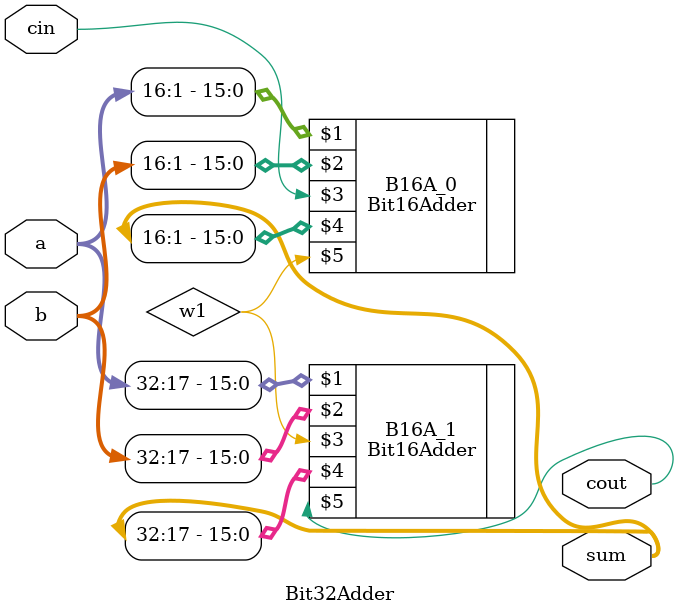
<source format=v>
`include "16BitAdder.v"

module Bit32Adder (a, b, cin, sum, cout);
input[32:1] a, b;
input cin;
output[32:1] sum;
output cout;

	wire w1;

	Bit16Adder B16A_0(a[16:1], b[16:1], cin, sum[16:1], w1);
	Bit16Adder B16A_1(a[32:17], b[32:17], w1, sum[32:17], cout);

endmodule

</source>
